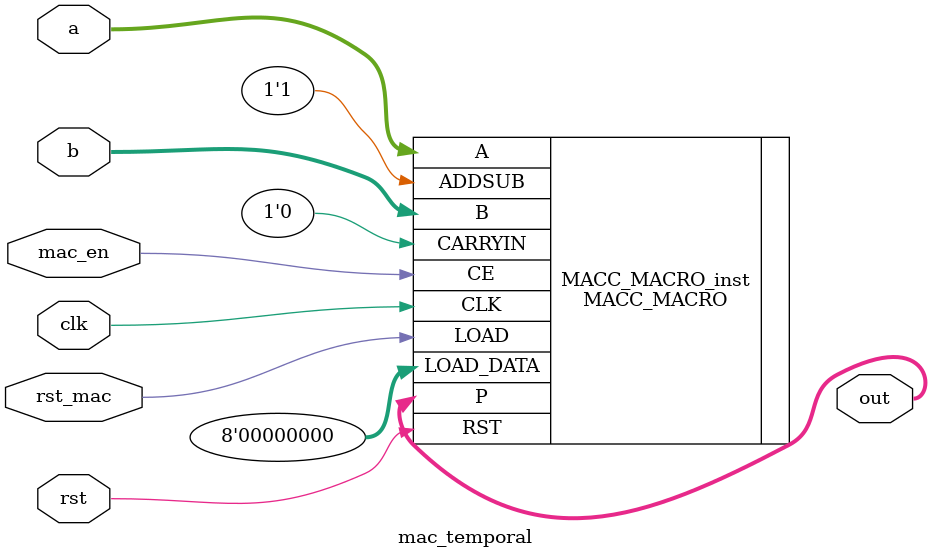
<source format=v>
`timescale 1ns / 1ps
`include "parameters.vh"

module mac_temporal #(
    parameter DATA_WIDTH = 8
)(
    input clk,
    input rst,
    input rst_mac,
    input mac_en,
    input [DATA_WIDTH-1:0] a,
    input [DATA_WIDTH-1:0] b,
    output [DATA_WIDTH-1:0] out
    );
    
////    rst macc signals
//    wire load_macc;
    
//    assign load_macc = (mac_en && rst_mac) ? 1'b1 : 1'b0; 
    
    // DSP as MACC
    MACC_MACRO #(
      .DEVICE("7SERIES"), // Target Device: "7SERIES" 
      .LATENCY(1),        // Desired clock cycle latency, 1-4
      .WIDTH_A(DATA_WIDTH),       // Multiplier A-input bus width, 1-25
      .WIDTH_B(DATA_WIDTH),       // Multiplier B-input bus width, 1-18
      .WIDTH_P(DATA_WIDTH)        // Accumulator output bus width, 1-48
   ) MACC_MACRO_inst (
      .P(out),     // MACC output bus, width determined by WIDTH_P parameter
      .A(a),     // MACC input A bus, width determined by WIDTH_A parameter
      .ADDSUB(1'b1), // 1-bit add/sub input, high selects add, low selects subtract
      .B(b),     // MACC input B bus, width determined by WIDTH_B parameter
      .CARRYIN(1'b0), // 1-bit carry-in input to accumulator
      .CE(mac_en),     // 1-bit active high input clock enable
      .CLK(clk),   // 1-bit positive edge clock input
      .LOAD(rst_mac), // 1-bit active high input load accumulator enable
      .LOAD_DATA({8{1'b0}}), // Load accumulator input data, width determined by WIDTH_P parameter
      .RST(rst)    // 1-bit input active high reset
   );
   
endmodule

</source>
